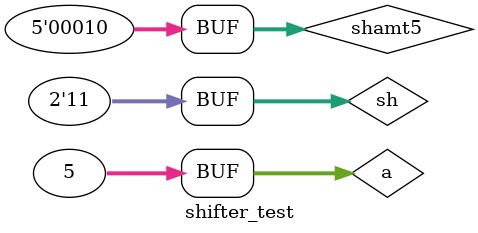
<source format=sv>
`timescale 1ns/10ps

module shifter_test();

	logic [31:0] a;  // señales de entrada
	logic [4:0] shamt5; // directivas de corrimiento
	logic [1:0] sh; // High select
	wire [31:0] y; // Señales de salida
	
shifter sh1	(
				 .a(a), 
				 .shamt5(shamt5),
				 .sh(sh),
				 .y(y)
				 );
	
initial 
begin
#10
a = 5;
shamt5 = 2;
sh= 2'b00;
#100;
a = 5;
sh = 2'b01;
#100;
a = 4;
sh = 2'b10;
#100;
a = 5;
sh = 2'b11;
#100;
end
endmodule
</source>
